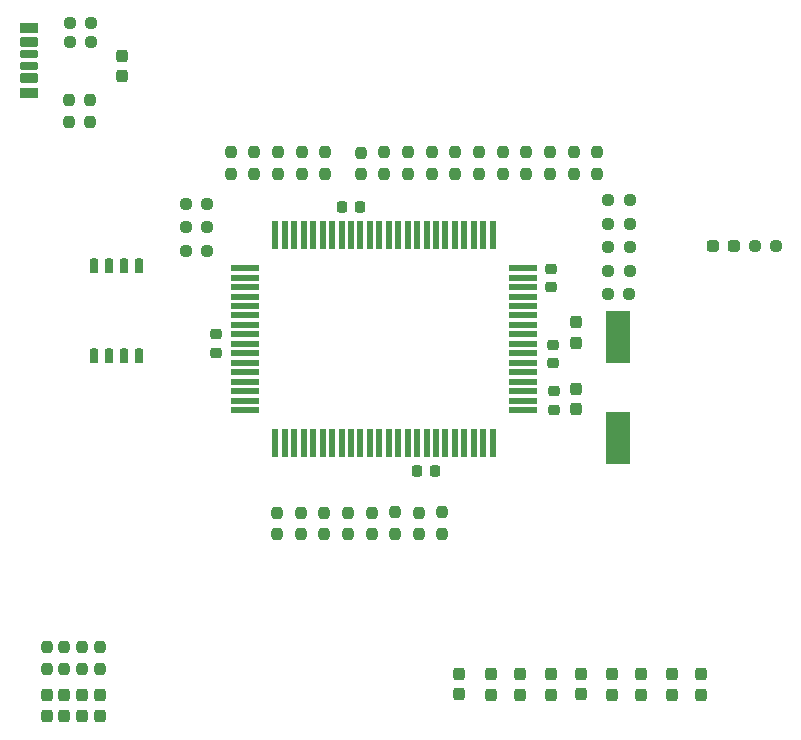
<source format=gtp>
%TF.GenerationSoftware,KiCad,Pcbnew,9.0.0*%
%TF.CreationDate,2025-03-31T15:24:45+09:00*%
%TF.ProjectId,ymz771,796d7a37-3731-42e6-9b69-6361645f7063,rev?*%
%TF.SameCoordinates,Original*%
%TF.FileFunction,Paste,Top*%
%TF.FilePolarity,Positive*%
%FSLAX46Y46*%
G04 Gerber Fmt 4.6, Leading zero omitted, Abs format (unit mm)*
G04 Created by KiCad (PCBNEW 9.0.0) date 2025-03-31 15:24:45*
%MOMM*%
%LPD*%
G01*
G04 APERTURE LIST*
G04 Aperture macros list*
%AMRoundRect*
0 Rectangle with rounded corners*
0 $1 Rounding radius*
0 $2 $3 $4 $5 $6 $7 $8 $9 X,Y pos of 4 corners*
0 Add a 4 corners polygon primitive as box body*
4,1,4,$2,$3,$4,$5,$6,$7,$8,$9,$2,$3,0*
0 Add four circle primitives for the rounded corners*
1,1,$1+$1,$2,$3*
1,1,$1+$1,$4,$5*
1,1,$1+$1,$6,$7*
1,1,$1+$1,$8,$9*
0 Add four rect primitives between the rounded corners*
20,1,$1+$1,$2,$3,$4,$5,0*
20,1,$1+$1,$4,$5,$6,$7,0*
20,1,$1+$1,$6,$7,$8,$9,0*
20,1,$1+$1,$8,$9,$2,$3,0*%
G04 Aperture macros list end*
%ADD10RoundRect,0.237500X-0.237500X0.287500X-0.237500X-0.287500X0.237500X-0.287500X0.237500X0.287500X0*%
%ADD11RoundRect,0.237500X0.237500X-0.250000X0.237500X0.250000X-0.237500X0.250000X-0.237500X-0.250000X0*%
%ADD12RoundRect,0.237500X0.237500X-0.287500X0.237500X0.287500X-0.237500X0.287500X-0.237500X-0.287500X0*%
%ADD13RoundRect,0.190000X-0.190000X0.445000X-0.190000X-0.445000X0.190000X-0.445000X0.190000X0.445000X0*%
%ADD14RoundRect,0.237500X-0.250000X-0.237500X0.250000X-0.237500X0.250000X0.237500X-0.250000X0.237500X0*%
%ADD15RoundRect,0.175000X-0.625000X0.175000X-0.625000X-0.175000X0.625000X-0.175000X0.625000X0.175000X0*%
%ADD16RoundRect,0.200000X-0.600000X0.200000X-0.600000X-0.200000X0.600000X-0.200000X0.600000X0.200000X0*%
%ADD17RoundRect,0.225000X-0.575000X0.225000X-0.575000X-0.225000X0.575000X-0.225000X0.575000X0.225000X0*%
%ADD18RoundRect,0.237500X0.250000X0.237500X-0.250000X0.237500X-0.250000X-0.237500X0.250000X-0.237500X0*%
%ADD19RoundRect,0.237500X-0.237500X0.300000X-0.237500X-0.300000X0.237500X-0.300000X0.237500X0.300000X0*%
%ADD20RoundRect,0.225000X0.250000X-0.225000X0.250000X0.225000X-0.250000X0.225000X-0.250000X-0.225000X0*%
%ADD21RoundRect,0.237500X0.237500X-0.300000X0.237500X0.300000X-0.237500X0.300000X-0.237500X-0.300000X0*%
%ADD22RoundRect,0.225000X-0.250000X0.225000X-0.250000X-0.225000X0.250000X-0.225000X0.250000X0.225000X0*%
%ADD23RoundRect,0.225000X0.225000X0.250000X-0.225000X0.250000X-0.225000X-0.250000X0.225000X-0.250000X0*%
%ADD24R,2.000000X4.500000*%
%ADD25R,2.350000X0.600000*%
%ADD26R,0.600000X2.350000*%
%ADD27RoundRect,0.237500X-0.237500X0.250000X-0.237500X-0.250000X0.237500X-0.250000X0.237500X0.250000X0*%
%ADD28RoundRect,0.225000X-0.225000X-0.250000X0.225000X-0.250000X0.225000X0.250000X-0.225000X0.250000X0*%
%ADD29RoundRect,0.237500X-0.287500X-0.237500X0.287500X-0.237500X0.287500X0.237500X-0.287500X0.237500X0*%
G04 APERTURE END LIST*
D10*
%TO.C,D10*%
X157580000Y-141160000D03*
X157580000Y-139410000D03*
%TD*%
%TO.C,D15*%
X149940000Y-139400000D03*
X149940000Y-141150000D03*
%TD*%
%TO.C,D14*%
X147350000Y-139370000D03*
X147350000Y-141120000D03*
%TD*%
%TO.C,D13*%
X144850000Y-139370000D03*
X144850000Y-141120000D03*
%TD*%
%TO.C,D12*%
X142180000Y-139360000D03*
X142180000Y-141110000D03*
%TD*%
%TO.C,D11*%
X160180000Y-139387500D03*
X160180000Y-141137500D03*
%TD*%
%TO.C,D9*%
X155110000Y-139385000D03*
X155110000Y-141135000D03*
%TD*%
%TO.C,D8*%
X152490000Y-139365000D03*
X152490000Y-141115000D03*
%TD*%
%TO.C,D7*%
X162610000Y-139387500D03*
X162610000Y-141137500D03*
%TD*%
D11*
%TO.C,R42*%
X107230000Y-138940000D03*
X107230000Y-137115000D03*
%TD*%
%TO.C,R40*%
X110250000Y-138945000D03*
X110250000Y-137120000D03*
%TD*%
%TO.C,R39*%
X111760000Y-138945000D03*
X111760000Y-137120000D03*
%TD*%
D12*
%TO.C,D6*%
X107230000Y-142950000D03*
X107230000Y-141200000D03*
%TD*%
%TO.C,D5*%
X108740000Y-142950000D03*
X108740000Y-141200000D03*
%TD*%
%TO.C,D4*%
X110250000Y-142950000D03*
X110250000Y-141200000D03*
%TD*%
%TO.C,D3*%
X111760000Y-142950000D03*
X111760000Y-141200000D03*
%TD*%
D13*
%TO.C,SW1*%
X115095000Y-104850000D03*
X113825000Y-104850000D03*
X112555000Y-104850000D03*
X111285000Y-104850000D03*
X111285000Y-112470000D03*
X112555000Y-112470000D03*
X113825000Y-112470000D03*
X115095000Y-112470000D03*
%TD*%
D14*
%TO.C,R38*%
X167195000Y-103130000D03*
X169020000Y-103130000D03*
%TD*%
D15*
%TO.C,J7*%
X105700000Y-86920000D03*
D16*
X105700000Y-88940000D03*
D17*
X105700000Y-90170000D03*
D15*
X105700000Y-87920000D03*
D16*
X105700000Y-85900000D03*
D17*
X105700000Y-84670000D03*
%TD*%
D12*
%TO.C,D1*%
X113630000Y-88770000D03*
X113630000Y-87020000D03*
%TD*%
D18*
%TO.C,R36*%
X109200000Y-84230000D03*
X111025000Y-84230000D03*
%TD*%
D11*
%TO.C,R35*%
X109160000Y-90800000D03*
X109160000Y-92625000D03*
%TD*%
%TO.C,R34*%
X110870000Y-90807500D03*
X110870000Y-92632500D03*
%TD*%
D14*
%TO.C,R33*%
X111025000Y-85900000D03*
X109200000Y-85900000D03*
%TD*%
D19*
%TO.C,C3*%
X152030000Y-111315000D03*
X152030000Y-109590000D03*
%TD*%
D20*
%TO.C,C2*%
X150165000Y-115460000D03*
X150165000Y-117010000D03*
%TD*%
%TO.C,C4*%
X149935000Y-105070000D03*
X149935000Y-106620000D03*
%TD*%
D21*
%TO.C,C12*%
X152030000Y-115227500D03*
X152030000Y-116952500D03*
%TD*%
D22*
%TO.C,C11*%
X121575000Y-112170000D03*
X121575000Y-110620000D03*
%TD*%
D23*
%TO.C,C5*%
X132255000Y-99820000D03*
X133805000Y-99820000D03*
%TD*%
D11*
%TO.C,R11*%
X137825000Y-95215000D03*
X137825000Y-97040000D03*
%TD*%
%TO.C,R8*%
X130815000Y-97040000D03*
X130815000Y-95215000D03*
%TD*%
D20*
%TO.C,C6*%
X150105000Y-111490000D03*
X150105000Y-113040000D03*
%TD*%
D11*
%TO.C,R12*%
X139825000Y-95215000D03*
X139825000Y-97040000D03*
%TD*%
%TO.C,R15*%
X145860000Y-95215000D03*
X145860000Y-97040000D03*
%TD*%
%TO.C,R9*%
X133825000Y-95235000D03*
X133825000Y-97060000D03*
%TD*%
%TO.C,R6*%
X126815000Y-95215000D03*
X126815000Y-97040000D03*
%TD*%
%TO.C,R5*%
X124795000Y-95215000D03*
X124795000Y-97040000D03*
%TD*%
D24*
%TO.C,Y1*%
X155630000Y-119380000D03*
X155630000Y-110880000D03*
%TD*%
D18*
%TO.C,R2*%
X120825000Y-101560000D03*
X119000000Y-101560000D03*
%TD*%
D11*
%TO.C,R7*%
X128815000Y-95225000D03*
X128815000Y-97050000D03*
%TD*%
D25*
%TO.C,U1*%
X124025000Y-117025000D03*
X124025000Y-116225000D03*
X124025000Y-115425000D03*
X124025000Y-114625000D03*
X124025000Y-113825000D03*
X124025000Y-113025000D03*
X124025000Y-112225000D03*
X124025000Y-111425000D03*
X124025000Y-110625000D03*
X124025000Y-109825000D03*
X124025000Y-109025000D03*
X124025000Y-108225000D03*
X124025000Y-107425000D03*
X124025000Y-106625000D03*
X124025000Y-105825000D03*
X124025000Y-105025000D03*
D26*
X126600000Y-102250000D03*
X127400000Y-102250000D03*
X128200000Y-102250000D03*
X129000000Y-102250000D03*
X129800000Y-102250000D03*
X130600000Y-102250000D03*
X131400000Y-102250000D03*
X132200000Y-102250000D03*
X133000000Y-102250000D03*
X133800000Y-102250000D03*
X134600000Y-102250000D03*
X135400000Y-102250000D03*
X136200000Y-102250000D03*
X137000000Y-102250000D03*
X137800000Y-102250000D03*
X138600000Y-102250000D03*
X139400000Y-102250000D03*
X140200000Y-102250000D03*
X141000000Y-102250000D03*
X141800000Y-102250000D03*
X142600000Y-102250000D03*
X143400000Y-102250000D03*
X144200000Y-102250000D03*
X145000000Y-102250000D03*
D25*
X147575000Y-105025000D03*
X147575000Y-105825000D03*
X147575000Y-106625000D03*
X147575000Y-107425000D03*
X147575000Y-108225000D03*
X147575000Y-109025000D03*
X147575000Y-109825000D03*
X147575000Y-110625000D03*
X147575000Y-111425000D03*
X147575000Y-112225000D03*
X147575000Y-113025000D03*
X147575000Y-113825000D03*
X147575000Y-114625000D03*
X147575000Y-115425000D03*
X147575000Y-116225000D03*
X147575000Y-117025000D03*
D26*
X145000000Y-119800000D03*
X144200000Y-119800000D03*
X143400000Y-119800000D03*
X142600000Y-119800000D03*
X141800000Y-119800000D03*
X141000000Y-119800000D03*
X140200000Y-119800000D03*
X139400000Y-119800000D03*
X138600000Y-119800000D03*
X137800000Y-119800000D03*
X137000000Y-119800000D03*
X136200000Y-119800000D03*
X135400000Y-119800000D03*
X134600000Y-119800000D03*
X133800000Y-119800000D03*
X133000000Y-119800000D03*
X132200000Y-119800000D03*
X131400000Y-119800000D03*
X130600000Y-119800000D03*
X129800000Y-119800000D03*
X129000000Y-119800000D03*
X128200000Y-119800000D03*
X127400000Y-119800000D03*
X126600000Y-119800000D03*
%TD*%
D11*
%TO.C,R4*%
X122805000Y-95215000D03*
X122805000Y-97040000D03*
%TD*%
%TO.C,R10*%
X135815000Y-95215000D03*
X135815000Y-97040000D03*
%TD*%
D18*
%TO.C,R1*%
X120825000Y-103550000D03*
X119000000Y-103550000D03*
%TD*%
D11*
%TO.C,R14*%
X143860000Y-95215000D03*
X143860000Y-97040000D03*
%TD*%
D18*
%TO.C,R3*%
X120815000Y-99570000D03*
X118990000Y-99570000D03*
%TD*%
D11*
%TO.C,R16*%
X147860000Y-95215000D03*
X147860000Y-97040000D03*
%TD*%
%TO.C,R13*%
X141825000Y-95215000D03*
X141825000Y-97040000D03*
%TD*%
D27*
%TO.C,R32*%
X126730000Y-125720000D03*
X126730000Y-127545000D03*
%TD*%
%TO.C,R31*%
X128740000Y-125710000D03*
X128740000Y-127535000D03*
%TD*%
%TO.C,R30*%
X130730000Y-125710000D03*
X130730000Y-127535000D03*
%TD*%
%TO.C,R29*%
X132730000Y-125710000D03*
X132730000Y-127535000D03*
%TD*%
%TO.C,R28*%
X134750000Y-125710000D03*
X134750000Y-127535000D03*
%TD*%
%TO.C,R27*%
X136730000Y-125700000D03*
X136730000Y-127525000D03*
%TD*%
%TO.C,R26*%
X138730000Y-125710000D03*
X138730000Y-127535000D03*
%TD*%
%TO.C,R25*%
X140740000Y-125700000D03*
X140740000Y-127525000D03*
%TD*%
D14*
%TO.C,R24*%
X154750000Y-107240000D03*
X156575000Y-107240000D03*
%TD*%
%TO.C,R23*%
X154760000Y-105250000D03*
X156585000Y-105250000D03*
%TD*%
%TO.C,R22*%
X154760000Y-103240000D03*
X156585000Y-103240000D03*
%TD*%
%TO.C,R21*%
X154760000Y-101260000D03*
X156585000Y-101260000D03*
%TD*%
%TO.C,R20*%
X154770000Y-99240000D03*
X156595000Y-99240000D03*
%TD*%
D11*
%TO.C,R19*%
X153860000Y-97030000D03*
X153860000Y-95205000D03*
%TD*%
%TO.C,R18*%
X151860000Y-97040000D03*
X151860000Y-95215000D03*
%TD*%
%TO.C,R17*%
X149860000Y-97050000D03*
X149860000Y-95225000D03*
%TD*%
D28*
%TO.C,C1*%
X138600000Y-122210000D03*
X140150000Y-122210000D03*
%TD*%
D29*
%TO.C,D2*%
X163675000Y-103130000D03*
X165425000Y-103130000D03*
%TD*%
D11*
%TO.C,R41*%
X108740000Y-138945000D03*
X108740000Y-137120000D03*
%TD*%
M02*

</source>
